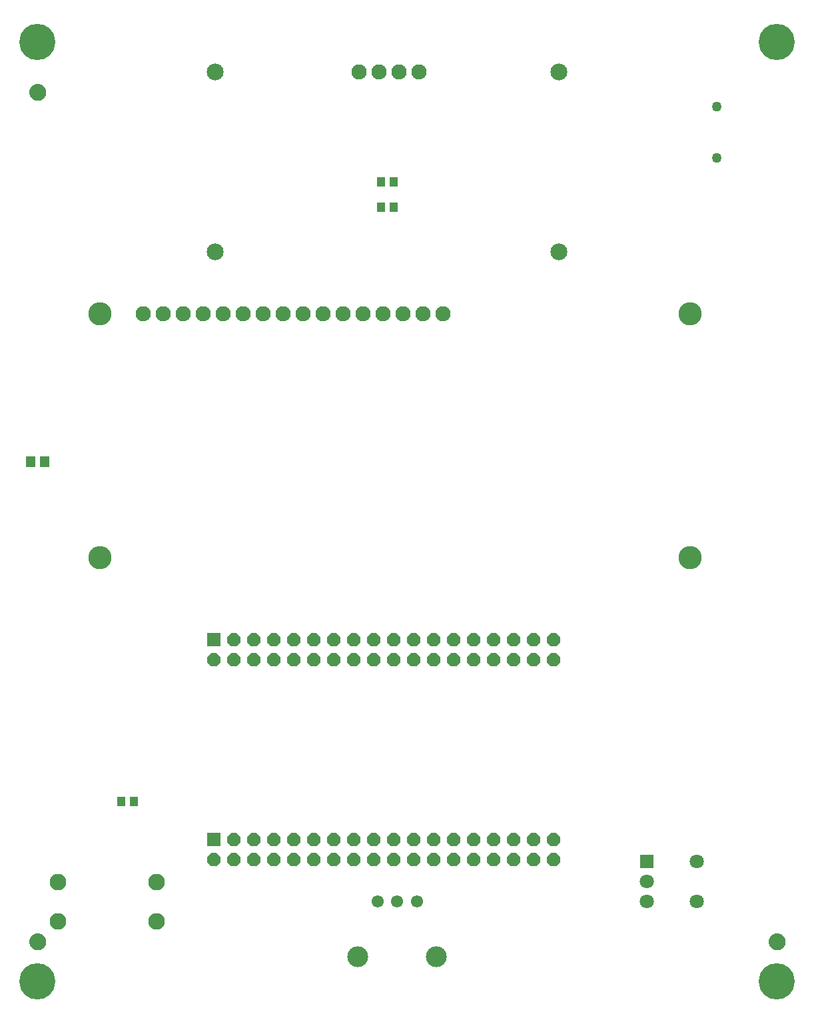
<source format=gbr>
G04 EAGLE Gerber RS-274X export*
G75*
%MOMM*%
%FSLAX34Y34*%
%LPD*%
%INSoldermask Top*%
%IPPOS*%
%AMOC8*
5,1,8,0,0,1.08239X$1,22.5*%
G01*
%ADD10C,2.152400*%
%ADD11C,1.930400*%
%ADD12C,1.803400*%
%ADD13R,1.803400X1.803400*%
%ADD14C,1.272400*%
%ADD15C,1.552400*%
%ADD16C,2.652400*%
%ADD17C,2.112400*%
%ADD18R,1.102359X1.183641*%
%ADD19R,1.676400X1.676400*%
%ADD20P,1.814519X8X22.500000*%
%ADD21C,2.952400*%
%ADD22C,0.609600*%
%ADD23C,1.168400*%
%ADD24C,4.597400*%
%ADD25R,1.295400X1.422400*%


D10*
X264160Y965200D03*
X701040Y965200D03*
X264160Y1193800D03*
X701040Y1193800D03*
D11*
X523240Y1193800D03*
X497840Y1193800D03*
X472440Y1193800D03*
X447040Y1193800D03*
D12*
X876300Y190500D03*
X876300Y139700D03*
D13*
X812800Y190500D03*
D12*
X812800Y165100D03*
X812800Y139700D03*
D14*
X901700Y1150100D03*
X901700Y1085100D03*
D15*
X520300Y139700D03*
X495300Y139700D03*
X470300Y139700D03*
D16*
X545300Y69700D03*
X445300Y69700D03*
D17*
X189500Y164700D03*
X189500Y114700D03*
X64500Y114700D03*
X64500Y164700D03*
D18*
X490601Y1022350D03*
X474599Y1022350D03*
D19*
X262300Y472700D03*
D20*
X262300Y447300D03*
X287700Y472700D03*
X287700Y447300D03*
X313100Y472700D03*
X313100Y447300D03*
X338500Y472700D03*
X338500Y447300D03*
X363900Y472700D03*
X363900Y447300D03*
X389300Y472700D03*
X389300Y447300D03*
X414700Y472700D03*
X414700Y447300D03*
X440100Y472700D03*
X440100Y447300D03*
X465500Y472700D03*
X465500Y447300D03*
X490900Y472700D03*
X490900Y447300D03*
X516300Y472700D03*
X516300Y447300D03*
X541700Y472700D03*
X541700Y447300D03*
X567100Y472700D03*
X567100Y447300D03*
X592500Y472700D03*
X592500Y447300D03*
X617900Y472700D03*
X617900Y447300D03*
X643300Y472700D03*
X643300Y447300D03*
X668700Y472700D03*
X668700Y447300D03*
X694100Y472700D03*
X694100Y447300D03*
D19*
X262300Y218700D03*
D20*
X262300Y193300D03*
X287700Y218700D03*
X287700Y193300D03*
X313100Y218700D03*
X313100Y193300D03*
X338500Y218700D03*
X338500Y193300D03*
X363900Y218700D03*
X363900Y193300D03*
X389300Y218700D03*
X389300Y193300D03*
X414700Y218700D03*
X414700Y193300D03*
X440100Y218700D03*
X440100Y193300D03*
X465500Y218700D03*
X465500Y193300D03*
X490900Y218700D03*
X490900Y193300D03*
X516300Y218700D03*
X516300Y193300D03*
X541700Y218700D03*
X541700Y193300D03*
X567100Y218700D03*
X567100Y193300D03*
X592500Y218700D03*
X592500Y193300D03*
X617900Y218700D03*
X617900Y193300D03*
X643300Y218700D03*
X643300Y193300D03*
X668700Y218700D03*
X668700Y193300D03*
X694100Y218700D03*
X694100Y193300D03*
D18*
X490601Y1054100D03*
X474599Y1054100D03*
X144399Y266700D03*
X160401Y266700D03*
D11*
X172760Y886520D03*
X198160Y886520D03*
X223560Y886520D03*
X248960Y886520D03*
X274360Y886520D03*
X299760Y886520D03*
X325160Y886520D03*
X350560Y886520D03*
X375960Y886520D03*
X401360Y886520D03*
X426760Y886520D03*
X452160Y886520D03*
X477560Y886520D03*
X502960Y886520D03*
X528360Y886520D03*
X553760Y886520D03*
D21*
X117760Y576520D03*
X117760Y886520D03*
X867760Y886520D03*
X867760Y576520D03*
D22*
X970280Y88900D02*
X970282Y89087D01*
X970289Y89274D01*
X970301Y89461D01*
X970317Y89647D01*
X970337Y89833D01*
X970362Y90018D01*
X970392Y90203D01*
X970426Y90387D01*
X970465Y90570D01*
X970508Y90752D01*
X970556Y90932D01*
X970608Y91112D01*
X970665Y91290D01*
X970725Y91467D01*
X970791Y91642D01*
X970860Y91816D01*
X970934Y91988D01*
X971012Y92158D01*
X971094Y92326D01*
X971180Y92492D01*
X971270Y92656D01*
X971364Y92817D01*
X971462Y92977D01*
X971564Y93133D01*
X971670Y93288D01*
X971780Y93439D01*
X971893Y93588D01*
X972010Y93734D01*
X972130Y93877D01*
X972254Y94017D01*
X972381Y94154D01*
X972512Y94288D01*
X972646Y94419D01*
X972783Y94546D01*
X972923Y94670D01*
X973066Y94790D01*
X973212Y94907D01*
X973361Y95020D01*
X973512Y95130D01*
X973667Y95236D01*
X973823Y95338D01*
X973983Y95436D01*
X974144Y95530D01*
X974308Y95620D01*
X974474Y95706D01*
X974642Y95788D01*
X974812Y95866D01*
X974984Y95940D01*
X975158Y96009D01*
X975333Y96075D01*
X975510Y96135D01*
X975688Y96192D01*
X975868Y96244D01*
X976048Y96292D01*
X976230Y96335D01*
X976413Y96374D01*
X976597Y96408D01*
X976782Y96438D01*
X976967Y96463D01*
X977153Y96483D01*
X977339Y96499D01*
X977526Y96511D01*
X977713Y96518D01*
X977900Y96520D01*
X978087Y96518D01*
X978274Y96511D01*
X978461Y96499D01*
X978647Y96483D01*
X978833Y96463D01*
X979018Y96438D01*
X979203Y96408D01*
X979387Y96374D01*
X979570Y96335D01*
X979752Y96292D01*
X979932Y96244D01*
X980112Y96192D01*
X980290Y96135D01*
X980467Y96075D01*
X980642Y96009D01*
X980816Y95940D01*
X980988Y95866D01*
X981158Y95788D01*
X981326Y95706D01*
X981492Y95620D01*
X981656Y95530D01*
X981817Y95436D01*
X981977Y95338D01*
X982133Y95236D01*
X982288Y95130D01*
X982439Y95020D01*
X982588Y94907D01*
X982734Y94790D01*
X982877Y94670D01*
X983017Y94546D01*
X983154Y94419D01*
X983288Y94288D01*
X983419Y94154D01*
X983546Y94017D01*
X983670Y93877D01*
X983790Y93734D01*
X983907Y93588D01*
X984020Y93439D01*
X984130Y93288D01*
X984236Y93133D01*
X984338Y92977D01*
X984436Y92817D01*
X984530Y92656D01*
X984620Y92492D01*
X984706Y92326D01*
X984788Y92158D01*
X984866Y91988D01*
X984940Y91816D01*
X985009Y91642D01*
X985075Y91467D01*
X985135Y91290D01*
X985192Y91112D01*
X985244Y90932D01*
X985292Y90752D01*
X985335Y90570D01*
X985374Y90387D01*
X985408Y90203D01*
X985438Y90018D01*
X985463Y89833D01*
X985483Y89647D01*
X985499Y89461D01*
X985511Y89274D01*
X985518Y89087D01*
X985520Y88900D01*
X985518Y88713D01*
X985511Y88526D01*
X985499Y88339D01*
X985483Y88153D01*
X985463Y87967D01*
X985438Y87782D01*
X985408Y87597D01*
X985374Y87413D01*
X985335Y87230D01*
X985292Y87048D01*
X985244Y86868D01*
X985192Y86688D01*
X985135Y86510D01*
X985075Y86333D01*
X985009Y86158D01*
X984940Y85984D01*
X984866Y85812D01*
X984788Y85642D01*
X984706Y85474D01*
X984620Y85308D01*
X984530Y85144D01*
X984436Y84983D01*
X984338Y84823D01*
X984236Y84667D01*
X984130Y84512D01*
X984020Y84361D01*
X983907Y84212D01*
X983790Y84066D01*
X983670Y83923D01*
X983546Y83783D01*
X983419Y83646D01*
X983288Y83512D01*
X983154Y83381D01*
X983017Y83254D01*
X982877Y83130D01*
X982734Y83010D01*
X982588Y82893D01*
X982439Y82780D01*
X982288Y82670D01*
X982133Y82564D01*
X981977Y82462D01*
X981817Y82364D01*
X981656Y82270D01*
X981492Y82180D01*
X981326Y82094D01*
X981158Y82012D01*
X980988Y81934D01*
X980816Y81860D01*
X980642Y81791D01*
X980467Y81725D01*
X980290Y81665D01*
X980112Y81608D01*
X979932Y81556D01*
X979752Y81508D01*
X979570Y81465D01*
X979387Y81426D01*
X979203Y81392D01*
X979018Y81362D01*
X978833Y81337D01*
X978647Y81317D01*
X978461Y81301D01*
X978274Y81289D01*
X978087Y81282D01*
X977900Y81280D01*
X977713Y81282D01*
X977526Y81289D01*
X977339Y81301D01*
X977153Y81317D01*
X976967Y81337D01*
X976782Y81362D01*
X976597Y81392D01*
X976413Y81426D01*
X976230Y81465D01*
X976048Y81508D01*
X975868Y81556D01*
X975688Y81608D01*
X975510Y81665D01*
X975333Y81725D01*
X975158Y81791D01*
X974984Y81860D01*
X974812Y81934D01*
X974642Y82012D01*
X974474Y82094D01*
X974308Y82180D01*
X974144Y82270D01*
X973983Y82364D01*
X973823Y82462D01*
X973667Y82564D01*
X973512Y82670D01*
X973361Y82780D01*
X973212Y82893D01*
X973066Y83010D01*
X972923Y83130D01*
X972783Y83254D01*
X972646Y83381D01*
X972512Y83512D01*
X972381Y83646D01*
X972254Y83783D01*
X972130Y83923D01*
X972010Y84066D01*
X971893Y84212D01*
X971780Y84361D01*
X971670Y84512D01*
X971564Y84667D01*
X971462Y84823D01*
X971364Y84983D01*
X971270Y85144D01*
X971180Y85308D01*
X971094Y85474D01*
X971012Y85642D01*
X970934Y85812D01*
X970860Y85984D01*
X970791Y86158D01*
X970725Y86333D01*
X970665Y86510D01*
X970608Y86688D01*
X970556Y86868D01*
X970508Y87048D01*
X970465Y87230D01*
X970426Y87413D01*
X970392Y87597D01*
X970362Y87782D01*
X970337Y87967D01*
X970317Y88153D01*
X970301Y88339D01*
X970289Y88526D01*
X970282Y88713D01*
X970280Y88900D01*
D23*
X977900Y88900D03*
D22*
X30480Y1168400D02*
X30482Y1168587D01*
X30489Y1168774D01*
X30501Y1168961D01*
X30517Y1169147D01*
X30537Y1169333D01*
X30562Y1169518D01*
X30592Y1169703D01*
X30626Y1169887D01*
X30665Y1170070D01*
X30708Y1170252D01*
X30756Y1170432D01*
X30808Y1170612D01*
X30865Y1170790D01*
X30925Y1170967D01*
X30991Y1171142D01*
X31060Y1171316D01*
X31134Y1171488D01*
X31212Y1171658D01*
X31294Y1171826D01*
X31380Y1171992D01*
X31470Y1172156D01*
X31564Y1172317D01*
X31662Y1172477D01*
X31764Y1172633D01*
X31870Y1172788D01*
X31980Y1172939D01*
X32093Y1173088D01*
X32210Y1173234D01*
X32330Y1173377D01*
X32454Y1173517D01*
X32581Y1173654D01*
X32712Y1173788D01*
X32846Y1173919D01*
X32983Y1174046D01*
X33123Y1174170D01*
X33266Y1174290D01*
X33412Y1174407D01*
X33561Y1174520D01*
X33712Y1174630D01*
X33867Y1174736D01*
X34023Y1174838D01*
X34183Y1174936D01*
X34344Y1175030D01*
X34508Y1175120D01*
X34674Y1175206D01*
X34842Y1175288D01*
X35012Y1175366D01*
X35184Y1175440D01*
X35358Y1175509D01*
X35533Y1175575D01*
X35710Y1175635D01*
X35888Y1175692D01*
X36068Y1175744D01*
X36248Y1175792D01*
X36430Y1175835D01*
X36613Y1175874D01*
X36797Y1175908D01*
X36982Y1175938D01*
X37167Y1175963D01*
X37353Y1175983D01*
X37539Y1175999D01*
X37726Y1176011D01*
X37913Y1176018D01*
X38100Y1176020D01*
X38287Y1176018D01*
X38474Y1176011D01*
X38661Y1175999D01*
X38847Y1175983D01*
X39033Y1175963D01*
X39218Y1175938D01*
X39403Y1175908D01*
X39587Y1175874D01*
X39770Y1175835D01*
X39952Y1175792D01*
X40132Y1175744D01*
X40312Y1175692D01*
X40490Y1175635D01*
X40667Y1175575D01*
X40842Y1175509D01*
X41016Y1175440D01*
X41188Y1175366D01*
X41358Y1175288D01*
X41526Y1175206D01*
X41692Y1175120D01*
X41856Y1175030D01*
X42017Y1174936D01*
X42177Y1174838D01*
X42333Y1174736D01*
X42488Y1174630D01*
X42639Y1174520D01*
X42788Y1174407D01*
X42934Y1174290D01*
X43077Y1174170D01*
X43217Y1174046D01*
X43354Y1173919D01*
X43488Y1173788D01*
X43619Y1173654D01*
X43746Y1173517D01*
X43870Y1173377D01*
X43990Y1173234D01*
X44107Y1173088D01*
X44220Y1172939D01*
X44330Y1172788D01*
X44436Y1172633D01*
X44538Y1172477D01*
X44636Y1172317D01*
X44730Y1172156D01*
X44820Y1171992D01*
X44906Y1171826D01*
X44988Y1171658D01*
X45066Y1171488D01*
X45140Y1171316D01*
X45209Y1171142D01*
X45275Y1170967D01*
X45335Y1170790D01*
X45392Y1170612D01*
X45444Y1170432D01*
X45492Y1170252D01*
X45535Y1170070D01*
X45574Y1169887D01*
X45608Y1169703D01*
X45638Y1169518D01*
X45663Y1169333D01*
X45683Y1169147D01*
X45699Y1168961D01*
X45711Y1168774D01*
X45718Y1168587D01*
X45720Y1168400D01*
X45718Y1168213D01*
X45711Y1168026D01*
X45699Y1167839D01*
X45683Y1167653D01*
X45663Y1167467D01*
X45638Y1167282D01*
X45608Y1167097D01*
X45574Y1166913D01*
X45535Y1166730D01*
X45492Y1166548D01*
X45444Y1166368D01*
X45392Y1166188D01*
X45335Y1166010D01*
X45275Y1165833D01*
X45209Y1165658D01*
X45140Y1165484D01*
X45066Y1165312D01*
X44988Y1165142D01*
X44906Y1164974D01*
X44820Y1164808D01*
X44730Y1164644D01*
X44636Y1164483D01*
X44538Y1164323D01*
X44436Y1164167D01*
X44330Y1164012D01*
X44220Y1163861D01*
X44107Y1163712D01*
X43990Y1163566D01*
X43870Y1163423D01*
X43746Y1163283D01*
X43619Y1163146D01*
X43488Y1163012D01*
X43354Y1162881D01*
X43217Y1162754D01*
X43077Y1162630D01*
X42934Y1162510D01*
X42788Y1162393D01*
X42639Y1162280D01*
X42488Y1162170D01*
X42333Y1162064D01*
X42177Y1161962D01*
X42017Y1161864D01*
X41856Y1161770D01*
X41692Y1161680D01*
X41526Y1161594D01*
X41358Y1161512D01*
X41188Y1161434D01*
X41016Y1161360D01*
X40842Y1161291D01*
X40667Y1161225D01*
X40490Y1161165D01*
X40312Y1161108D01*
X40132Y1161056D01*
X39952Y1161008D01*
X39770Y1160965D01*
X39587Y1160926D01*
X39403Y1160892D01*
X39218Y1160862D01*
X39033Y1160837D01*
X38847Y1160817D01*
X38661Y1160801D01*
X38474Y1160789D01*
X38287Y1160782D01*
X38100Y1160780D01*
X37913Y1160782D01*
X37726Y1160789D01*
X37539Y1160801D01*
X37353Y1160817D01*
X37167Y1160837D01*
X36982Y1160862D01*
X36797Y1160892D01*
X36613Y1160926D01*
X36430Y1160965D01*
X36248Y1161008D01*
X36068Y1161056D01*
X35888Y1161108D01*
X35710Y1161165D01*
X35533Y1161225D01*
X35358Y1161291D01*
X35184Y1161360D01*
X35012Y1161434D01*
X34842Y1161512D01*
X34674Y1161594D01*
X34508Y1161680D01*
X34344Y1161770D01*
X34183Y1161864D01*
X34023Y1161962D01*
X33867Y1162064D01*
X33712Y1162170D01*
X33561Y1162280D01*
X33412Y1162393D01*
X33266Y1162510D01*
X33123Y1162630D01*
X32983Y1162754D01*
X32846Y1162881D01*
X32712Y1163012D01*
X32581Y1163146D01*
X32454Y1163283D01*
X32330Y1163423D01*
X32210Y1163566D01*
X32093Y1163712D01*
X31980Y1163861D01*
X31870Y1164012D01*
X31764Y1164167D01*
X31662Y1164323D01*
X31564Y1164483D01*
X31470Y1164644D01*
X31380Y1164808D01*
X31294Y1164974D01*
X31212Y1165142D01*
X31134Y1165312D01*
X31060Y1165484D01*
X30991Y1165658D01*
X30925Y1165833D01*
X30865Y1166010D01*
X30808Y1166188D01*
X30756Y1166368D01*
X30708Y1166548D01*
X30665Y1166730D01*
X30626Y1166913D01*
X30592Y1167097D01*
X30562Y1167282D01*
X30537Y1167467D01*
X30517Y1167653D01*
X30501Y1167839D01*
X30489Y1168026D01*
X30482Y1168213D01*
X30480Y1168400D01*
D23*
X38100Y1168400D03*
D22*
X30480Y88900D02*
X30482Y89087D01*
X30489Y89274D01*
X30501Y89461D01*
X30517Y89647D01*
X30537Y89833D01*
X30562Y90018D01*
X30592Y90203D01*
X30626Y90387D01*
X30665Y90570D01*
X30708Y90752D01*
X30756Y90932D01*
X30808Y91112D01*
X30865Y91290D01*
X30925Y91467D01*
X30991Y91642D01*
X31060Y91816D01*
X31134Y91988D01*
X31212Y92158D01*
X31294Y92326D01*
X31380Y92492D01*
X31470Y92656D01*
X31564Y92817D01*
X31662Y92977D01*
X31764Y93133D01*
X31870Y93288D01*
X31980Y93439D01*
X32093Y93588D01*
X32210Y93734D01*
X32330Y93877D01*
X32454Y94017D01*
X32581Y94154D01*
X32712Y94288D01*
X32846Y94419D01*
X32983Y94546D01*
X33123Y94670D01*
X33266Y94790D01*
X33412Y94907D01*
X33561Y95020D01*
X33712Y95130D01*
X33867Y95236D01*
X34023Y95338D01*
X34183Y95436D01*
X34344Y95530D01*
X34508Y95620D01*
X34674Y95706D01*
X34842Y95788D01*
X35012Y95866D01*
X35184Y95940D01*
X35358Y96009D01*
X35533Y96075D01*
X35710Y96135D01*
X35888Y96192D01*
X36068Y96244D01*
X36248Y96292D01*
X36430Y96335D01*
X36613Y96374D01*
X36797Y96408D01*
X36982Y96438D01*
X37167Y96463D01*
X37353Y96483D01*
X37539Y96499D01*
X37726Y96511D01*
X37913Y96518D01*
X38100Y96520D01*
X38287Y96518D01*
X38474Y96511D01*
X38661Y96499D01*
X38847Y96483D01*
X39033Y96463D01*
X39218Y96438D01*
X39403Y96408D01*
X39587Y96374D01*
X39770Y96335D01*
X39952Y96292D01*
X40132Y96244D01*
X40312Y96192D01*
X40490Y96135D01*
X40667Y96075D01*
X40842Y96009D01*
X41016Y95940D01*
X41188Y95866D01*
X41358Y95788D01*
X41526Y95706D01*
X41692Y95620D01*
X41856Y95530D01*
X42017Y95436D01*
X42177Y95338D01*
X42333Y95236D01*
X42488Y95130D01*
X42639Y95020D01*
X42788Y94907D01*
X42934Y94790D01*
X43077Y94670D01*
X43217Y94546D01*
X43354Y94419D01*
X43488Y94288D01*
X43619Y94154D01*
X43746Y94017D01*
X43870Y93877D01*
X43990Y93734D01*
X44107Y93588D01*
X44220Y93439D01*
X44330Y93288D01*
X44436Y93133D01*
X44538Y92977D01*
X44636Y92817D01*
X44730Y92656D01*
X44820Y92492D01*
X44906Y92326D01*
X44988Y92158D01*
X45066Y91988D01*
X45140Y91816D01*
X45209Y91642D01*
X45275Y91467D01*
X45335Y91290D01*
X45392Y91112D01*
X45444Y90932D01*
X45492Y90752D01*
X45535Y90570D01*
X45574Y90387D01*
X45608Y90203D01*
X45638Y90018D01*
X45663Y89833D01*
X45683Y89647D01*
X45699Y89461D01*
X45711Y89274D01*
X45718Y89087D01*
X45720Y88900D01*
X45718Y88713D01*
X45711Y88526D01*
X45699Y88339D01*
X45683Y88153D01*
X45663Y87967D01*
X45638Y87782D01*
X45608Y87597D01*
X45574Y87413D01*
X45535Y87230D01*
X45492Y87048D01*
X45444Y86868D01*
X45392Y86688D01*
X45335Y86510D01*
X45275Y86333D01*
X45209Y86158D01*
X45140Y85984D01*
X45066Y85812D01*
X44988Y85642D01*
X44906Y85474D01*
X44820Y85308D01*
X44730Y85144D01*
X44636Y84983D01*
X44538Y84823D01*
X44436Y84667D01*
X44330Y84512D01*
X44220Y84361D01*
X44107Y84212D01*
X43990Y84066D01*
X43870Y83923D01*
X43746Y83783D01*
X43619Y83646D01*
X43488Y83512D01*
X43354Y83381D01*
X43217Y83254D01*
X43077Y83130D01*
X42934Y83010D01*
X42788Y82893D01*
X42639Y82780D01*
X42488Y82670D01*
X42333Y82564D01*
X42177Y82462D01*
X42017Y82364D01*
X41856Y82270D01*
X41692Y82180D01*
X41526Y82094D01*
X41358Y82012D01*
X41188Y81934D01*
X41016Y81860D01*
X40842Y81791D01*
X40667Y81725D01*
X40490Y81665D01*
X40312Y81608D01*
X40132Y81556D01*
X39952Y81508D01*
X39770Y81465D01*
X39587Y81426D01*
X39403Y81392D01*
X39218Y81362D01*
X39033Y81337D01*
X38847Y81317D01*
X38661Y81301D01*
X38474Y81289D01*
X38287Y81282D01*
X38100Y81280D01*
X37913Y81282D01*
X37726Y81289D01*
X37539Y81301D01*
X37353Y81317D01*
X37167Y81337D01*
X36982Y81362D01*
X36797Y81392D01*
X36613Y81426D01*
X36430Y81465D01*
X36248Y81508D01*
X36068Y81556D01*
X35888Y81608D01*
X35710Y81665D01*
X35533Y81725D01*
X35358Y81791D01*
X35184Y81860D01*
X35012Y81934D01*
X34842Y82012D01*
X34674Y82094D01*
X34508Y82180D01*
X34344Y82270D01*
X34183Y82364D01*
X34023Y82462D01*
X33867Y82564D01*
X33712Y82670D01*
X33561Y82780D01*
X33412Y82893D01*
X33266Y83010D01*
X33123Y83130D01*
X32983Y83254D01*
X32846Y83381D01*
X32712Y83512D01*
X32581Y83646D01*
X32454Y83783D01*
X32330Y83923D01*
X32210Y84066D01*
X32093Y84212D01*
X31980Y84361D01*
X31870Y84512D01*
X31764Y84667D01*
X31662Y84823D01*
X31564Y84983D01*
X31470Y85144D01*
X31380Y85308D01*
X31294Y85474D01*
X31212Y85642D01*
X31134Y85812D01*
X31060Y85984D01*
X30991Y86158D01*
X30925Y86333D01*
X30865Y86510D01*
X30808Y86688D01*
X30756Y86868D01*
X30708Y87048D01*
X30665Y87230D01*
X30626Y87413D01*
X30592Y87597D01*
X30562Y87782D01*
X30537Y87967D01*
X30517Y88153D01*
X30501Y88339D01*
X30489Y88526D01*
X30482Y88713D01*
X30480Y88900D01*
D23*
X38100Y88900D03*
D24*
X38100Y38100D03*
X38100Y1231900D03*
X977900Y1231900D03*
X977900Y38100D03*
D25*
X46990Y698500D03*
X29210Y698500D03*
M02*

</source>
